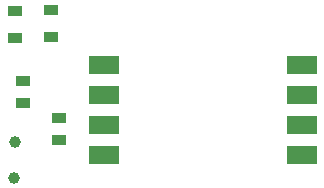
<source format=gtp>
G04*
G04 #@! TF.GenerationSoftware,Altium Limited,Altium Designer,24.1.2 (44)*
G04*
G04 Layer_Color=8421504*
%FSLAX44Y44*%
%MOMM*%
G71*
G04*
G04 #@! TF.SameCoordinates,92EDBDDB-073E-4DD7-8E9B-4F7EAADC4A97*
G04*
G04*
G04 #@! TF.FilePolarity,Positive*
G04*
G01*
G75*
%ADD12R,2.5400X1.5200*%
%ADD13C,1.0000*%
%ADD14R,1.3000X0.9000*%
D12*
X360660Y127000D02*
D03*
Y101600D02*
D03*
Y76200D02*
D03*
Y50800D02*
D03*
X193060D02*
D03*
Y76200D02*
D03*
Y101600D02*
D03*
Y127000D02*
D03*
D13*
X118110Y62230D02*
D03*
X116840Y31750D02*
D03*
D14*
X154940Y82550D02*
D03*
Y63550D02*
D03*
X124460Y113640D02*
D03*
Y94640D02*
D03*
X148590Y151060D02*
D03*
Y174060D02*
D03*
X118110Y149790D02*
D03*
Y172790D02*
D03*
M02*

</source>
